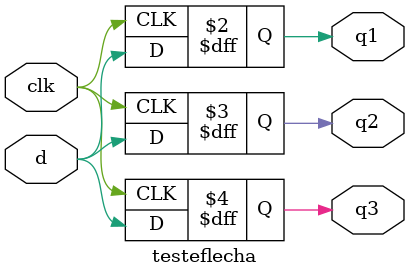
<source format=v>
module testeflecha(input clk,d,output reg q1,q2,q3);

always @ (posedge clk) begin
q1 = d;
q2 = q1;
q3 = q2;
end

endmodule
</source>
